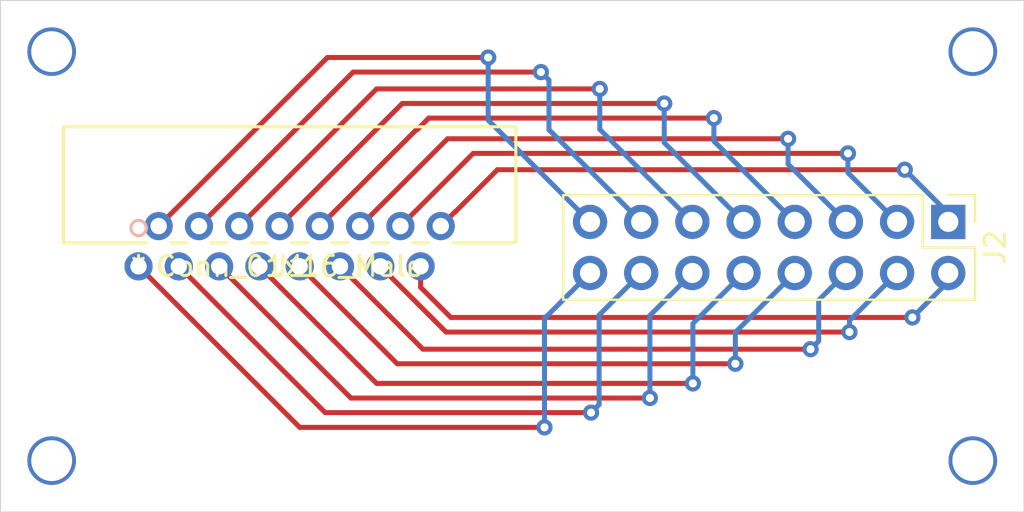
<source format=kicad_pcb>
(kicad_pcb (version 20171130) (host pcbnew "(5.1.4)-1")

  (general
    (thickness 1.6)
    (drawings 4)
    (tracks 95)
    (zones 0)
    (modules 2)
    (nets 17)
  )

  (page A4)
  (layers
    (0 F.Cu signal)
    (31 B.Cu signal)
    (32 B.Adhes user)
    (33 F.Adhes user)
    (34 B.Paste user)
    (35 F.Paste user)
    (36 B.SilkS user)
    (37 F.SilkS user)
    (38 B.Mask user)
    (39 F.Mask user)
    (40 Dwgs.User user)
    (41 Cmts.User user)
    (42 Eco1.User user)
    (43 Eco2.User user)
    (44 Edge.Cuts user)
    (45 Margin user)
    (46 B.CrtYd user)
    (47 F.CrtYd user)
    (48 B.Fab user)
    (49 F.Fab user)
  )

  (setup
    (last_trace_width 0.25)
    (trace_clearance 0.2)
    (zone_clearance 0.508)
    (zone_45_only no)
    (trace_min 0.2)
    (via_size 0.8)
    (via_drill 0.4)
    (via_min_size 0.4)
    (via_min_drill 0.3)
    (uvia_size 0.3)
    (uvia_drill 0.1)
    (uvias_allowed no)
    (uvia_min_size 0.2)
    (uvia_min_drill 0.1)
    (edge_width 0.05)
    (segment_width 0.2)
    (pcb_text_width 0.3)
    (pcb_text_size 1.5 1.5)
    (mod_edge_width 0.12)
    (mod_text_size 1 1)
    (mod_text_width 0.15)
    (pad_size 1.524 1.524)
    (pad_drill 0.762)
    (pad_to_mask_clearance 0.051)
    (solder_mask_min_width 0.25)
    (aux_axis_origin 0 0)
    (visible_elements FFFFFF7F)
    (pcbplotparams
      (layerselection 0x010fc_ffffffff)
      (usegerberextensions false)
      (usegerberattributes false)
      (usegerberadvancedattributes false)
      (creategerberjobfile false)
      (excludeedgelayer true)
      (linewidth 0.100000)
      (plotframeref false)
      (viasonmask false)
      (mode 1)
      (useauxorigin false)
      (hpglpennumber 1)
      (hpglpenspeed 20)
      (hpglpendiameter 15.000000)
      (psnegative false)
      (psa4output false)
      (plotreference true)
      (plotvalue true)
      (plotinvisibletext false)
      (padsonsilk false)
      (subtractmaskfromsilk false)
      (outputformat 1)
      (mirror false)
      (drillshape 1)
      (scaleselection 1)
      (outputdirectory ""))
  )

  (net 0 "")
  (net 1 "Net-(J1-Pad16)")
  (net 2 "Net-(J1-Pad15)")
  (net 3 "Net-(J1-Pad14)")
  (net 4 "Net-(J1-Pad13)")
  (net 5 "Net-(J1-Pad12)")
  (net 6 "Net-(J1-Pad11)")
  (net 7 "Net-(J1-Pad10)")
  (net 8 "Net-(J1-Pad9)")
  (net 9 "Net-(J1-Pad8)")
  (net 10 "Net-(J1-Pad7)")
  (net 11 "Net-(J1-Pad6)")
  (net 12 "Net-(J1-Pad5)")
  (net 13 "Net-(J1-Pad4)")
  (net 14 "Net-(J1-Pad3)")
  (net 15 "Net-(J1-Pad2)")
  (net 16 "Net-(J1-Pad1)")

  (net_class Default "This is the default net class."
    (clearance 0.2)
    (trace_width 0.25)
    (via_dia 0.8)
    (via_drill 0.4)
    (uvia_dia 0.3)
    (uvia_drill 0.1)
    (add_net "Net-(J1-Pad1)")
    (add_net "Net-(J1-Pad10)")
    (add_net "Net-(J1-Pad11)")
    (add_net "Net-(J1-Pad12)")
    (add_net "Net-(J1-Pad13)")
    (add_net "Net-(J1-Pad14)")
    (add_net "Net-(J1-Pad15)")
    (add_net "Net-(J1-Pad16)")
    (add_net "Net-(J1-Pad2)")
    (add_net "Net-(J1-Pad3)")
    (add_net "Net-(J1-Pad4)")
    (add_net "Net-(J1-Pad5)")
    (add_net "Net-(J1-Pad6)")
    (add_net "Net-(J1-Pad7)")
    (add_net "Net-(J1-Pad8)")
    (add_net "Net-(J1-Pad9)")
  )

  (module "Coil Library:SLW16R-1C7LF" (layer F.Cu) (tedit 0) (tstamp 5D83E310)
    (at 110.991001 91.948001)
    (path /5D8420E5)
    (fp_text reference J1 (at 7.5 0) (layer F.SilkS)
      (effects (font (size 1 1) (thickness 0.15)))
    )
    (fp_text value Conn_01x16_Male (at 7.5 0) (layer F.SilkS)
      (effects (font (size 1 1) (thickness 0.15)))
    )
    (fp_circle (center 0 -1.905) (end 0.381 -1.905) (layer F.Fab) (width 0.1524))
    (fp_circle (center 0 -1.905) (end 0.381 -1.905) (layer B.SilkS) (width 0.1524))
    (fp_arc (start 0 -1.905) (end 0 -2.286) (angle 132.612) (layer F.SilkS) (width 0.1524))
    (fp_line (start 18.8538 -7.0612) (end -3.8538 -7.0612) (layer F.CrtYd) (width 0.1524))
    (fp_line (start 18.8538 0.9525) (end 18.8538 -7.0612) (layer F.CrtYd) (width 0.1524))
    (fp_line (start -3.8538 0.9525) (end 18.8538 0.9525) (layer F.CrtYd) (width 0.1524))
    (fp_line (start -3.8538 -7.0612) (end -3.8538 0.9525) (layer F.CrtYd) (width 0.1524))
    (fp_line (start 15.609833 -1.1684) (end 18.7268 -1.1684) (layer F.SilkS) (width 0.1524))
    (fp_line (start 13.609832 -1.1684) (end 14.390168 -1.1684) (layer F.SilkS) (width 0.1524))
    (fp_line (start 11.609833 -1.1684) (end 12.390167 -1.1684) (layer F.SilkS) (width 0.1524))
    (fp_line (start 9.609832 -1.1684) (end 10.390169 -1.1684) (layer F.SilkS) (width 0.1524))
    (fp_line (start 7.609831 -1.1684) (end 8.390167 -1.1684) (layer F.SilkS) (width 0.1524))
    (fp_line (start 5.609833 -1.1684) (end 6.390166 -1.1684) (layer F.SilkS) (width 0.1524))
    (fp_line (start 3.609832 -1.1684) (end 4.390168 -1.1684) (layer F.SilkS) (width 0.1524))
    (fp_line (start 1.609833 -1.1684) (end 2.390167 -1.1684) (layer F.SilkS) (width 0.1524))
    (fp_line (start -3.5998 -6.8072) (end -3.5998 -1.2954) (layer F.Fab) (width 0.1524))
    (fp_line (start 18.5998 -6.8072) (end -3.5998 -6.8072) (layer F.Fab) (width 0.1524))
    (fp_line (start 18.5998 -1.2954) (end 18.5998 -6.8072) (layer F.Fab) (width 0.1524))
    (fp_line (start -3.5998 -1.2954) (end 18.5998 -1.2954) (layer F.Fab) (width 0.1524))
    (fp_line (start -3.7268 -6.9342) (end -3.7268 -1.1684) (layer F.SilkS) (width 0.1524))
    (fp_line (start 18.7268 -6.9342) (end -3.7268 -6.9342) (layer F.SilkS) (width 0.1524))
    (fp_line (start 18.7268 -1.1684) (end 18.7268 -6.9342) (layer F.SilkS) (width 0.1524))
    (fp_line (start -3.7268 -1.1684) (end 0.390168 -1.1684) (layer F.SilkS) (width 0.1524))
    (fp_text user * (at 0 0) (layer F.Fab)
      (effects (font (size 1 1) (thickness 0.15)))
    )
    (fp_text user * (at 0 0) (layer F.SilkS)
      (effects (font (size 1 1) (thickness 0.15)))
    )
    (fp_text user "Copyright 2016 Accelerated Designs. All rights reserved." (at 0 0) (layer Cmts.User)
      (effects (font (size 0.127 0.127) (thickness 0.002)))
    )
    (pad 16 thru_hole circle (at 15.000001 -2.000001) (size 1.397 1.397) (drill 0.8128) (layers *.Cu *.Mask)
      (net 1 "Net-(J1-Pad16)"))
    (pad 15 thru_hole circle (at 14 0) (size 1.397 1.397) (drill 0.8128) (layers *.Cu *.Mask)
      (net 2 "Net-(J1-Pad15)"))
    (pad 14 thru_hole circle (at 13 -2.000001) (size 1.397 1.397) (drill 0.8128) (layers *.Cu *.Mask)
      (net 3 "Net-(J1-Pad14)"))
    (pad 13 thru_hole circle (at 11.999999 0) (size 1.397 1.397) (drill 0.8128) (layers *.Cu *.Mask)
      (net 4 "Net-(J1-Pad13)"))
    (pad 12 thru_hole circle (at 11.000001 -2.000001) (size 1.397 1.397) (drill 0.8128) (layers *.Cu *.Mask)
      (net 5 "Net-(J1-Pad12)"))
    (pad 11 thru_hole circle (at 10 0) (size 1.397 1.397) (drill 0.8128) (layers *.Cu *.Mask)
      (net 6 "Net-(J1-Pad11)"))
    (pad 10 thru_hole circle (at 9 -2.000001) (size 1.397 1.397) (drill 0.8128) (layers *.Cu *.Mask)
      (net 7 "Net-(J1-Pad10)"))
    (pad 9 thru_hole circle (at 7.999999 0) (size 1.397 1.397) (drill 0.8128) (layers *.Cu *.Mask)
      (net 8 "Net-(J1-Pad9)"))
    (pad 8 thru_hole circle (at 6.999999 -2.000001) (size 1.397 1.397) (drill 0.8128) (layers *.Cu *.Mask)
      (net 9 "Net-(J1-Pad8)"))
    (pad 7 thru_hole circle (at 6.000001 0) (size 1.397 1.397) (drill 0.8128) (layers *.Cu *.Mask)
      (net 10 "Net-(J1-Pad7)"))
    (pad 6 thru_hole circle (at 5 -2.000001) (size 1.397 1.397) (drill 0.8128) (layers *.Cu *.Mask)
      (net 11 "Net-(J1-Pad6)"))
    (pad 5 thru_hole circle (at 4 0) (size 1.397 1.397) (drill 0.8128) (layers *.Cu *.Mask)
      (net 12 "Net-(J1-Pad5)"))
    (pad 4 thru_hole circle (at 2.999999 -2.000001) (size 1.397 1.397) (drill 0.8128) (layers *.Cu *.Mask)
      (net 13 "Net-(J1-Pad4)"))
    (pad 3 thru_hole circle (at 2.000001 0) (size 1.397 1.397) (drill 0.8128) (layers *.Cu *.Mask)
      (net 14 "Net-(J1-Pad3)"))
    (pad 2 thru_hole circle (at 1.000001 -2.000001) (size 1.397 1.397) (drill 0.8128) (layers *.Cu *.Mask)
      (net 15 "Net-(J1-Pad2)"))
    (pad 1 thru_hole circle (at 0 0) (size 1.397 1.397) (drill 0.8128) (layers *.Cu *.Mask)
      (net 16 "Net-(J1-Pad1)"))
  )

  (module Pin_Headers:Pin_Header_Straight_2x08_Pitch2.54mm (layer F.Cu) (tedit 59650532) (tstamp 5D83E336)
    (at 151.1808 89.7382 270)
    (descr "Through hole straight pin header, 2x08, 2.54mm pitch, double rows")
    (tags "Through hole pin header THT 2x08 2.54mm double row")
    (path /5D842869)
    (fp_text reference J2 (at 1.27 -2.33 90) (layer F.SilkS)
      (effects (font (size 1 1) (thickness 0.15)))
    )
    (fp_text value Conn_01x16_Male (at 1.27 20.11 90) (layer F.Fab)
      (effects (font (size 1 1) (thickness 0.15)))
    )
    (fp_text user %R (at 1.27 8.89) (layer F.Fab)
      (effects (font (size 1 1) (thickness 0.15)))
    )
    (fp_line (start 4.35 -1.8) (end -1.8 -1.8) (layer F.CrtYd) (width 0.05))
    (fp_line (start 4.35 19.55) (end 4.35 -1.8) (layer F.CrtYd) (width 0.05))
    (fp_line (start -1.8 19.55) (end 4.35 19.55) (layer F.CrtYd) (width 0.05))
    (fp_line (start -1.8 -1.8) (end -1.8 19.55) (layer F.CrtYd) (width 0.05))
    (fp_line (start -1.33 -1.33) (end 0 -1.33) (layer F.SilkS) (width 0.12))
    (fp_line (start -1.33 0) (end -1.33 -1.33) (layer F.SilkS) (width 0.12))
    (fp_line (start 1.27 -1.33) (end 3.87 -1.33) (layer F.SilkS) (width 0.12))
    (fp_line (start 1.27 1.27) (end 1.27 -1.33) (layer F.SilkS) (width 0.12))
    (fp_line (start -1.33 1.27) (end 1.27 1.27) (layer F.SilkS) (width 0.12))
    (fp_line (start 3.87 -1.33) (end 3.87 19.11) (layer F.SilkS) (width 0.12))
    (fp_line (start -1.33 1.27) (end -1.33 19.11) (layer F.SilkS) (width 0.12))
    (fp_line (start -1.33 19.11) (end 3.87 19.11) (layer F.SilkS) (width 0.12))
    (fp_line (start -1.27 0) (end 0 -1.27) (layer F.Fab) (width 0.1))
    (fp_line (start -1.27 19.05) (end -1.27 0) (layer F.Fab) (width 0.1))
    (fp_line (start 3.81 19.05) (end -1.27 19.05) (layer F.Fab) (width 0.1))
    (fp_line (start 3.81 -1.27) (end 3.81 19.05) (layer F.Fab) (width 0.1))
    (fp_line (start 0 -1.27) (end 3.81 -1.27) (layer F.Fab) (width 0.1))
    (pad 16 thru_hole oval (at 2.54 17.78 270) (size 1.7 1.7) (drill 1) (layers *.Cu *.Mask)
      (net 16 "Net-(J1-Pad1)"))
    (pad 15 thru_hole oval (at 0 17.78 270) (size 1.7 1.7) (drill 1) (layers *.Cu *.Mask)
      (net 15 "Net-(J1-Pad2)"))
    (pad 14 thru_hole oval (at 2.54 15.24 270) (size 1.7 1.7) (drill 1) (layers *.Cu *.Mask)
      (net 14 "Net-(J1-Pad3)"))
    (pad 13 thru_hole oval (at 0 15.24 270) (size 1.7 1.7) (drill 1) (layers *.Cu *.Mask)
      (net 13 "Net-(J1-Pad4)"))
    (pad 12 thru_hole oval (at 2.54 12.7 270) (size 1.7 1.7) (drill 1) (layers *.Cu *.Mask)
      (net 12 "Net-(J1-Pad5)"))
    (pad 11 thru_hole oval (at 0 12.7 270) (size 1.7 1.7) (drill 1) (layers *.Cu *.Mask)
      (net 11 "Net-(J1-Pad6)"))
    (pad 10 thru_hole oval (at 2.54 10.16 270) (size 1.7 1.7) (drill 1) (layers *.Cu *.Mask)
      (net 10 "Net-(J1-Pad7)"))
    (pad 9 thru_hole oval (at 0 10.16 270) (size 1.7 1.7) (drill 1) (layers *.Cu *.Mask)
      (net 9 "Net-(J1-Pad8)"))
    (pad 8 thru_hole oval (at 2.54 7.62 270) (size 1.7 1.7) (drill 1) (layers *.Cu *.Mask)
      (net 8 "Net-(J1-Pad9)"))
    (pad 7 thru_hole oval (at 0 7.62 270) (size 1.7 1.7) (drill 1) (layers *.Cu *.Mask)
      (net 7 "Net-(J1-Pad10)"))
    (pad 6 thru_hole oval (at 2.54 5.08 270) (size 1.7 1.7) (drill 1) (layers *.Cu *.Mask)
      (net 6 "Net-(J1-Pad11)"))
    (pad 5 thru_hole oval (at 0 5.08 270) (size 1.7 1.7) (drill 1) (layers *.Cu *.Mask)
      (net 5 "Net-(J1-Pad12)"))
    (pad 4 thru_hole oval (at 2.54 2.54 270) (size 1.7 1.7) (drill 1) (layers *.Cu *.Mask)
      (net 4 "Net-(J1-Pad13)"))
    (pad 3 thru_hole oval (at 0 2.54 270) (size 1.7 1.7) (drill 1) (layers *.Cu *.Mask)
      (net 3 "Net-(J1-Pad14)"))
    (pad 2 thru_hole oval (at 2.54 0 270) (size 1.7 1.7) (drill 1) (layers *.Cu *.Mask)
      (net 2 "Net-(J1-Pad15)"))
    (pad 1 thru_hole rect (at 0 0 270) (size 1.7 1.7) (drill 1) (layers *.Cu *.Mask)
      (net 1 "Net-(J1-Pad16)"))
    (model ${KISYS3DMOD}/Pin_Headers.3dshapes/Pin_Header_Straight_2x08_Pitch2.54mm.wrl
      (at (xyz 0 0 0))
      (scale (xyz 1 1 1))
      (rotate (xyz 0 0 0))
    )
  )

  (gr_line (start 104.14 104.14) (end 104.14 78.74) (layer Edge.Cuts) (width 0.05) (tstamp 5D83E4E8))
  (gr_line (start 154.94 104.14) (end 104.14 104.14) (layer Edge.Cuts) (width 0.05))
  (gr_line (start 154.94 78.74) (end 154.94 104.14) (layer Edge.Cuts) (width 0.05))
  (gr_line (start 104.14 78.74) (end 154.94 78.74) (layer Edge.Cuts) (width 0.05))

  (via (at 106.68 101.6) (size 2.413) (drill 2.032) (layers F.Cu B.Cu) (net 0))
  (via (at 106.68 81.28) (size 2.413) (drill 2.032) (layers F.Cu B.Cu) (net 0) (tstamp 5D83E4EE))
  (via (at 152.4 81.28) (size 2.413) (drill 2.032) (layers F.Cu B.Cu) (net 0) (tstamp 5D83E4F0))
  (via (at 152.4 101.6) (size 2.413) (drill 2.032) (layers F.Cu B.Cu) (net 0) (tstamp 5D83E4F2))
  (segment (start 126.689501 89.249501) (end 126.701299 89.249501) (width 0.25) (layer F.Cu) (net 1))
  (segment (start 125.991002 89.948) (end 126.689501 89.249501) (width 0.25) (layer F.Cu) (net 1))
  (via (at 149.0218 87.1474) (size 0.8) (drill 0.4) (layers F.Cu B.Cu) (net 1))
  (segment (start 126.701299 89.249501) (end 128.8034 87.1474) (width 0.25) (layer F.Cu) (net 1))
  (segment (start 128.8034 87.1474) (end 149.0218 87.1474) (width 0.25) (layer F.Cu) (net 1))
  (segment (start 151.1808 89.3064) (end 151.1808 89.7382) (width 0.25) (layer B.Cu) (net 1))
  (segment (start 149.0218 87.1474) (end 151.1808 89.3064) (width 0.25) (layer B.Cu) (net 1))
  (segment (start 124.991001 91.948001) (end 124.991001 92.987001) (width 0.25) (layer F.Cu) (net 2))
  (via (at 149.4028 94.488) (size 0.8) (drill 0.4) (layers F.Cu B.Cu) (net 2))
  (segment (start 124.991001 92.987001) (end 126.492 94.488) (width 0.25) (layer F.Cu) (net 2))
  (segment (start 126.492 94.488) (end 149.4028 94.488) (width 0.25) (layer F.Cu) (net 2))
  (segment (start 151.1808 92.71) (end 151.1808 92.2782) (width 0.25) (layer B.Cu) (net 2))
  (segment (start 149.4028 94.488) (end 151.1808 92.71) (width 0.25) (layer B.Cu) (net 2))
  (via (at 146.2024 86.3346) (size 0.8) (drill 0.4) (layers F.Cu B.Cu) (net 3))
  (segment (start 123.991001 89.948) (end 127.604401 86.3346) (width 0.25) (layer F.Cu) (net 3))
  (segment (start 127.604401 86.3346) (end 146.2024 86.3346) (width 0.25) (layer F.Cu) (net 3))
  (segment (start 146.2024 87.2998) (end 148.6408 89.7382) (width 0.25) (layer B.Cu) (net 3))
  (segment (start 146.2024 86.3346) (end 146.2024 87.2998) (width 0.25) (layer B.Cu) (net 3))
  (via (at 146.2786 95.213) (size 0.8) (drill 0.4) (layers F.Cu B.Cu) (net 4))
  (segment (start 122.991 91.948001) (end 126.255999 95.213) (width 0.25) (layer F.Cu) (net 4))
  (segment (start 126.255999 95.213) (end 146.2786 95.213) (width 0.25) (layer F.Cu) (net 4))
  (segment (start 146.2786 94.6404) (end 148.6408 92.2782) (width 0.25) (layer B.Cu) (net 4))
  (segment (start 146.2786 95.213) (end 146.2786 94.6404) (width 0.25) (layer B.Cu) (net 4))
  (via (at 143.2306 85.6096) (size 0.8) (drill 0.4) (layers F.Cu B.Cu) (net 5))
  (segment (start 121.991002 89.948) (end 126.329402 85.6096) (width 0.25) (layer F.Cu) (net 5))
  (segment (start 126.329402 85.6096) (end 143.2306 85.6096) (width 0.25) (layer F.Cu) (net 5))
  (segment (start 143.2306 86.868) (end 146.1008 89.7382) (width 0.25) (layer B.Cu) (net 5))
  (segment (start 143.2306 85.6096) (end 143.2306 86.868) (width 0.25) (layer B.Cu) (net 5))
  (via (at 144.3482 96.0628) (size 0.8) (drill 0.4) (layers F.Cu B.Cu) (net 6))
  (segment (start 120.991001 91.948001) (end 125.1058 96.0628) (width 0.25) (layer F.Cu) (net 6))
  (segment (start 125.1058 96.0628) (end 144.3482 96.0628) (width 0.25) (layer F.Cu) (net 6))
  (segment (start 145.250801 93.128199) (end 146.1008 92.2782) (width 0.25) (layer B.Cu) (net 6))
  (segment (start 144.748199 93.630801) (end 145.250801 93.128199) (width 0.25) (layer B.Cu) (net 6))
  (segment (start 144.748199 95.662801) (end 144.748199 93.630801) (width 0.25) (layer B.Cu) (net 6))
  (segment (start 144.3482 96.0628) (end 144.748199 95.662801) (width 0.25) (layer B.Cu) (net 6))
  (segment (start 124.779411 85.15959) (end 124.82221 85.15959) (width 0.25) (layer F.Cu) (net 7))
  (segment (start 119.991001 89.948) (end 124.779411 85.15959) (width 0.25) (layer F.Cu) (net 7))
  (via (at 139.5476 84.582) (size 0.8) (drill 0.4) (layers F.Cu B.Cu) (net 7))
  (segment (start 124.82221 85.15959) (end 125.3998 84.582) (width 0.25) (layer F.Cu) (net 7))
  (segment (start 125.3998 84.582) (end 139.5476 84.582) (width 0.25) (layer F.Cu) (net 7))
  (segment (start 139.5476 85.725) (end 143.5608 89.7382) (width 0.25) (layer B.Cu) (net 7))
  (segment (start 139.5476 84.582) (end 139.5476 85.725) (width 0.25) (layer B.Cu) (net 7))
  (via (at 140.6144 96.7878) (size 0.8) (drill 0.4) (layers F.Cu B.Cu) (net 8))
  (segment (start 118.991 91.948001) (end 123.830799 96.7878) (width 0.25) (layer F.Cu) (net 8))
  (segment (start 123.830799 96.7878) (end 140.6144 96.7878) (width 0.25) (layer F.Cu) (net 8))
  (segment (start 140.6144 95.2246) (end 143.5608 92.2782) (width 0.25) (layer B.Cu) (net 8))
  (segment (start 140.6144 96.7878) (end 140.6144 95.2246) (width 0.25) (layer B.Cu) (net 8))
  (via (at 137.0838 83.857) (size 0.8) (drill 0.4) (layers F.Cu B.Cu) (net 9))
  (segment (start 117.991 89.948) (end 124.082 83.857) (width 0.25) (layer F.Cu) (net 9))
  (segment (start 124.082 83.857) (end 137.0838 83.857) (width 0.25) (layer F.Cu) (net 9))
  (segment (start 137.0838 85.8012) (end 141.0208 89.7382) (width 0.25) (layer B.Cu) (net 9))
  (segment (start 137.0838 83.857) (end 137.0838 85.8012) (width 0.25) (layer B.Cu) (net 9))
  (via (at 138.5062 97.7646) (size 0.8) (drill 0.4) (layers F.Cu B.Cu) (net 10))
  (segment (start 116.991002 91.948001) (end 122.807601 97.7646) (width 0.25) (layer F.Cu) (net 10))
  (segment (start 122.807601 97.7646) (end 138.5062 97.7646) (width 0.25) (layer F.Cu) (net 10))
  (segment (start 138.5062 94.7928) (end 141.0208 92.2782) (width 0.25) (layer B.Cu) (net 10))
  (segment (start 138.5062 97.7646) (end 138.5062 94.7928) (width 0.25) (layer B.Cu) (net 10))
  (via (at 133.8834 83.132) (size 0.8) (drill 0.4) (layers F.Cu B.Cu) (net 11))
  (segment (start 115.991001 89.948) (end 122.807001 83.132) (width 0.25) (layer F.Cu) (net 11))
  (segment (start 122.807001 83.132) (end 133.8834 83.132) (width 0.25) (layer F.Cu) (net 11))
  (segment (start 133.8834 85.1408) (end 138.4808 89.7382) (width 0.25) (layer B.Cu) (net 11))
  (segment (start 133.8834 83.132) (end 133.8834 85.1408) (width 0.25) (layer B.Cu) (net 11))
  (via (at 136.3726 98.4896) (size 0.8) (drill 0.4) (layers F.Cu B.Cu) (net 12))
  (segment (start 114.991001 91.948001) (end 121.5326 98.4896) (width 0.25) (layer F.Cu) (net 12))
  (segment (start 121.5326 98.4896) (end 136.3726 98.4896) (width 0.25) (layer F.Cu) (net 12))
  (segment (start 136.3726 94.3864) (end 138.4808 92.2782) (width 0.25) (layer B.Cu) (net 12))
  (segment (start 136.3726 98.4896) (end 136.3726 94.3864) (width 0.25) (layer B.Cu) (net 12))
  (via (at 130.9624 82.296) (size 0.8) (drill 0.4) (layers F.Cu B.Cu) (net 13))
  (segment (start 113.991 89.948) (end 121.643 82.296) (width 0.25) (layer F.Cu) (net 13))
  (segment (start 121.643 82.296) (end 130.9624 82.296) (width 0.25) (layer F.Cu) (net 13))
  (segment (start 135.090801 88.888201) (end 135.9408 89.7382) (width 0.25) (layer B.Cu) (net 13))
  (segment (start 131.362399 85.159799) (end 135.090801 88.888201) (width 0.25) (layer B.Cu) (net 13))
  (segment (start 131.362399 82.695999) (end 131.362399 85.159799) (width 0.25) (layer B.Cu) (net 13))
  (segment (start 130.9624 82.296) (end 131.362399 82.695999) (width 0.25) (layer B.Cu) (net 13))
  (via (at 133.4516 99.2146) (size 0.8) (drill 0.4) (layers F.Cu B.Cu) (net 14))
  (segment (start 112.991002 91.948001) (end 120.257601 99.2146) (width 0.25) (layer F.Cu) (net 14))
  (segment (start 120.257601 99.2146) (end 133.4516 99.2146) (width 0.25) (layer F.Cu) (net 14))
  (segment (start 135.090801 93.128199) (end 135.9408 92.2782) (width 0.25) (layer B.Cu) (net 14))
  (segment (start 133.851599 94.367401) (end 135.090801 93.128199) (width 0.25) (layer B.Cu) (net 14))
  (segment (start 133.851599 98.814601) (end 133.851599 94.367401) (width 0.25) (layer B.Cu) (net 14))
  (segment (start 133.4516 99.2146) (end 133.851599 98.814601) (width 0.25) (layer B.Cu) (net 14))
  (via (at 128.3462 81.571) (size 0.8) (drill 0.4) (layers F.Cu B.Cu) (net 15))
  (segment (start 111.991002 89.948) (end 120.368002 81.571) (width 0.25) (layer F.Cu) (net 15))
  (segment (start 120.368002 81.571) (end 128.3462 81.571) (width 0.25) (layer F.Cu) (net 15))
  (segment (start 128.3462 84.6836) (end 133.4008 89.7382) (width 0.25) (layer B.Cu) (net 15))
  (segment (start 128.3462 81.571) (end 128.3462 84.6836) (width 0.25) (layer B.Cu) (net 15))
  (via (at 131.1402 99.949) (size 0.8) (drill 0.4) (layers F.Cu B.Cu) (net 16))
  (segment (start 110.991001 91.948001) (end 118.992 99.949) (width 0.25) (layer F.Cu) (net 16))
  (segment (start 118.992 99.949) (end 131.1402 99.949) (width 0.25) (layer F.Cu) (net 16))
  (segment (start 131.1402 94.5388) (end 133.4008 92.2782) (width 0.25) (layer B.Cu) (net 16))
  (segment (start 131.1402 99.949) (end 131.1402 94.5388) (width 0.25) (layer B.Cu) (net 16))

)

</source>
